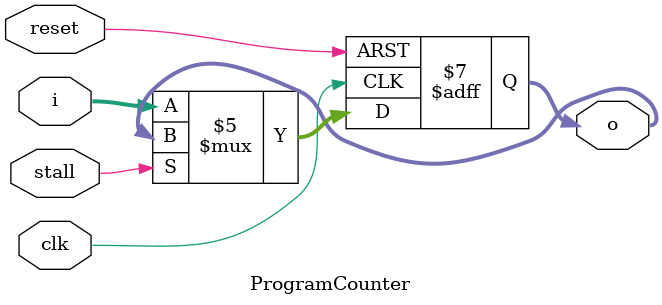
<source format=v>
`timescale 1ns / 1ps


module ProgramCounter(
    input wire clk,         // Clock input
    input wire reset,       // Reset input
    input wire stall,       // stall signal for infinite loop
    input wire [15:0] i,    // given address
    output reg [15:0] o     // output address
); 


    
    initial begin
        o <= 16'b0;

    end

    always @(posedge clk, posedge reset) begin
        if (reset) begin
            o <= 16'b0;
        end
        else begin
            if (stall == 1) begin
                o <= o;
            end
            else begin
                o <= i;
            end
        end
    end

endmodule
</source>
